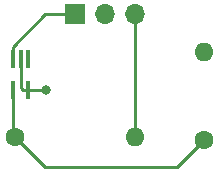
<source format=gbr>
G04 #@! TF.GenerationSoftware,KiCad,Pcbnew,(5.1.5)-3*
G04 #@! TF.CreationDate,2020-04-13T18:35:58-04:00*
G04 #@! TF.ProjectId,SensorEndPanel,53656e73-6f72-4456-9e64-50616e656c2e,rev?*
G04 #@! TF.SameCoordinates,Original*
G04 #@! TF.FileFunction,Copper,L1,Top*
G04 #@! TF.FilePolarity,Positive*
%FSLAX46Y46*%
G04 Gerber Fmt 4.6, Leading zero omitted, Abs format (unit mm)*
G04 Created by KiCad (PCBNEW (5.1.5)-3) date 2020-04-13 18:35:58*
%MOMM*%
%LPD*%
G04 APERTURE LIST*
%ADD10R,0.400000X1.500000*%
%ADD11O,1.600000X1.600000*%
%ADD12C,1.600000*%
%ADD13O,1.700000X1.700000*%
%ADD14R,1.700000X1.700000*%
%ADD15C,0.800000*%
%ADD16C,0.250000*%
G04 APERTURE END LIST*
D10*
X131968000Y-36382000D03*
X130668000Y-36382000D03*
X130668000Y-33722000D03*
X131318000Y-33722000D03*
X131968000Y-33722000D03*
D11*
X140970000Y-40386000D03*
D12*
X130810000Y-40386000D03*
D13*
X140970000Y-29972000D03*
X138430000Y-29972000D03*
D14*
X135890000Y-29972000D03*
D11*
X146812000Y-33140000D03*
D12*
X146812000Y-40640000D03*
D15*
X133480000Y-36380000D03*
D16*
X131968000Y-36382000D02*
X133478000Y-36382000D01*
X133478000Y-36382000D02*
X133480000Y-36380000D01*
X131518000Y-36382000D02*
X131968000Y-36382000D01*
X131318000Y-33722000D02*
X131318000Y-36182000D01*
X131318000Y-36182000D02*
X131518000Y-36382000D01*
X130668000Y-40244000D02*
X130810000Y-40386000D01*
X130668000Y-36382000D02*
X130668000Y-40244000D01*
X144526000Y-42926000D02*
X146012001Y-41439999D01*
X130810000Y-40386000D02*
X133350000Y-42926000D01*
X146012001Y-41439999D02*
X146812000Y-40640000D01*
X133350000Y-42926000D02*
X144526000Y-42926000D01*
X140970000Y-31174081D02*
X140970000Y-40386000D01*
X140970000Y-29972000D02*
X140970000Y-31174081D01*
X134790000Y-29972000D02*
X135890000Y-29972000D01*
X133418000Y-29972000D02*
X134790000Y-29972000D01*
X130668000Y-32722000D02*
X133418000Y-29972000D01*
X130668000Y-33722000D02*
X130668000Y-32722000D01*
M02*

</source>
